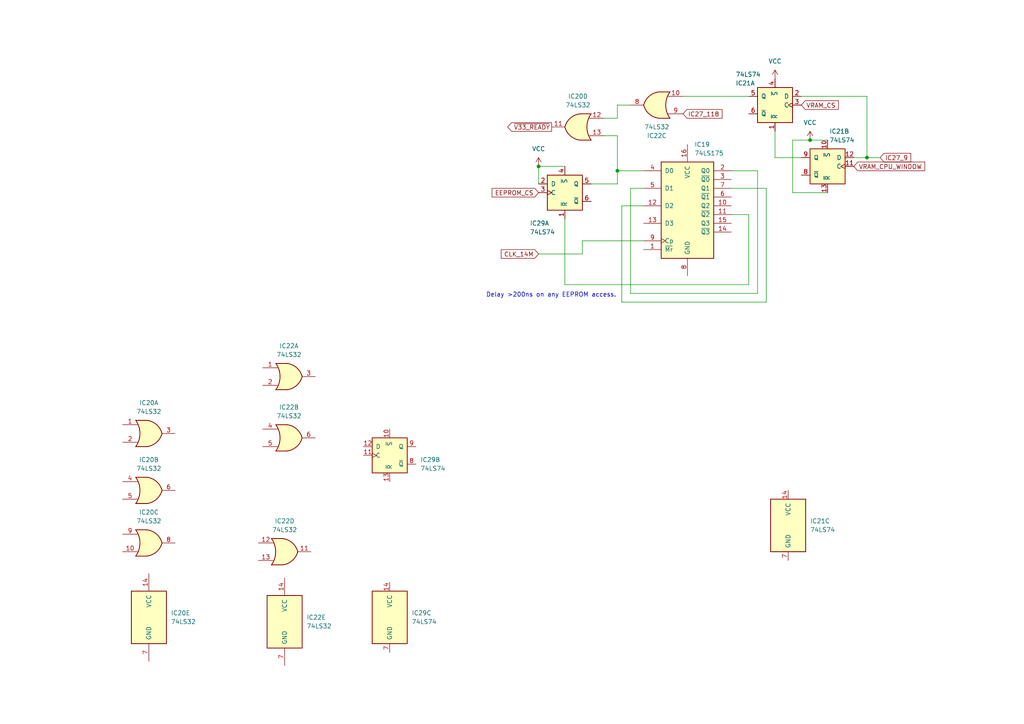
<source format=kicad_sch>
(kicad_sch (version 20230121) (generator eeschema)
  (paper "A4")
  (lib_symbols
    (symbol "74xx:74LS175" (pin_names (offset 1.016))
      (property "Reference" "U" (at -7.62 13.97 0))
      (property "Value" "74LS175" (at -7.62 -16.51 0))
      (symbol "74LS175_1_0"
        (pin input line (at -12.7 -12.7 0) (length 5.08) (name "~{Mr}") (number "1"))
        (pin output line (at 12.7 0 180) (length 5.08) (name "Q2") (number "10"))
        (pin output line (at 12.7 -2.54 180) (length 5.08) (name "~{Q2}") (number "11"))
        (pin input line (at -12.7 0 0) (length 5.08) (name "D2") (number "12"))
        (pin input line (at -12.7 -5.08 0) (length 5.08) (name "D3") (number "13"))
        (pin output line (at 12.7 -7.62 180) (length 5.08) (name "~{Q3}") (number "14"))
        (pin output line (at 12.7 -5.08 180) (length 5.08) (name "Q3") (number "15"))
        (pin power_in line (at 0 17.78 270) (length 5.08) (name "VCC") (number "16"))
        (pin output line (at 12.7 10.16 180) (length 5.08) (name "Q0") (number "2"))
        (pin output line (at 12.7 7.62 180) (length 5.08) (name "~{Q0}") (number "3"))
        (pin input line (at -12.7 10.16 0) (length 5.08) (name "D0") (number "4"))
        (pin input line (at -12.7 5.08 0) (length 5.08) (name "D1") (number "5"))
        (pin output line (at 12.7 2.54 180) (length 5.08) (name "~{Q1}") (number "6"))
        (pin output line (at 12.7 5.08 180) (length 5.08) (name "Q1") (number "7"))
        (pin power_in line (at 0 -20.32 90) (length 5.08) (name "GND") (number "8"))
        (pin input clock (at -12.7 -10.16 0) (length 5.08) (name "Cp") (number "9"))
      )
      (symbol "74LS175_1_1"
        (rectangle (start -7.62 12.7) (end 7.62 -15.24) (stroke (width 0.254)) (fill (type background)))
      )
    )
    (symbol "74xx:74LS32" (pin_names (offset 1.016))
      (property "Reference" "U" (at 0 1.27 0))
      (property "Value" "74LS32" (at 0 -1.27 0))
      (symbol "74LS32_1_1"
        (arc (start -3.81 -3.81) (mid -2.589 0) (end -3.81 3.81) (stroke (width 0.254)))
        (arc (start -0.6096 -3.81) (mid 2.1842 -2.5851) (end 3.81 0) (stroke (width 0.254)) (fill (type background)))
        (polyline (pts (xy -3.81 -3.81) (xy -0.635 -3.81)) (stroke (width 0.254)) (fill (type background)))
        (polyline (pts (xy -3.81 3.81) (xy -0.635 3.81)) (stroke (width 0.254)) (fill (type background)))
        (polyline (pts (xy -0.635 3.81) (xy -3.81 3.81) (xy -3.81 3.81) (xy -3.556 3.4036) (xy -3.0226 2.2606) (xy -2.6924 1.0414) (xy -2.6162 -0.254) (xy -2.7686 -1.4986) (xy -3.175 -2.7178) (xy -3.81 -3.81) (xy -3.81 -3.81) (xy -0.635 -3.81)) (stroke (width -25.4)) (fill (type background)))
        (arc (start 3.81 0) (mid 2.1915 2.5936) (end -0.6096 3.81) (stroke (width 0.254)) (fill (type background)))
        (pin input line (at -7.62 2.54 0) (length 4.318) (name "~") (number "1"))
        (pin input line (at -7.62 -2.54 0) (length 4.318) (name "~") (number "2"))
        (pin output line (at 7.62 0 180) (length 3.81) (name "~") (number "3"))
      )
      (symbol "74LS32_1_2"
        (arc (start 0 -3.81) (mid 3.7934 0) (end 0 3.81) (stroke (width 0.254)) (fill (type background)))
        (polyline (pts (xy 0 3.81) (xy -3.81 3.81) (xy -3.81 -3.81) (xy 0 -3.81)) (stroke (width 0.254)) (fill (type background)))
        (pin input inverted (at -7.62 2.54 0) (length 3.81) (name "~") (number "1"))
        (pin input inverted (at -7.62 -2.54 0) (length 3.81) (name "~") (number "2"))
        (pin output inverted (at 7.62 0 180) (length 3.81) (name "~") (number "3"))
      )
      (symbol "74LS32_2_1"
        (arc (start -3.81 -3.81) (mid -2.589 0) (end -3.81 3.81) (stroke (width 0.254)))
        (arc (start -0.6096 -3.81) (mid 2.1842 -2.5851) (end 3.81 0) (stroke (width 0.254)) (fill (type background)))
        (polyline (pts (xy -3.81 -3.81) (xy -0.635 -3.81)) (stroke (width 0.254)) (fill (type background)))
        (polyline (pts (xy -3.81 3.81) (xy -0.635 3.81)) (stroke (width 0.254)) (fill (type background)))
        (polyline (pts (xy -0.635 3.81) (xy -3.81 3.81) (xy -3.81 3.81) (xy -3.556 3.4036) (xy -3.0226 2.2606) (xy -2.6924 1.0414) (xy -2.6162 -0.254) (xy -2.7686 -1.4986) (xy -3.175 -2.7178) (xy -3.81 -3.81) (xy -3.81 -3.81) (xy -0.635 -3.81)) (stroke (width -25.4)) (fill (type background)))
        (arc (start 3.81 0) (mid 2.1915 2.5936) (end -0.6096 3.81) (stroke (width 0.254)) (fill (type background)))
        (pin input line (at -7.62 2.54 0) (length 4.318) (name "~") (number "4"))
        (pin input line (at -7.62 -2.54 0) (length 4.318) (name "~") (number "5"))
        (pin output line (at 7.62 0 180) (length 3.81) (name "~") (number "6"))
      )
      (symbol "74LS32_2_2"
        (arc (start 0 -3.81) (mid 3.7934 0) (end 0 3.81) (stroke (width 0.254)) (fill (type background)))
        (polyline (pts (xy 0 3.81) (xy -3.81 3.81) (xy -3.81 -3.81) (xy 0 -3.81)) (stroke (width 0.254)) (fill (type background)))
        (pin input inverted (at -7.62 2.54 0) (length 3.81) (name "~") (number "4"))
        (pin input inverted (at -7.62 -2.54 0) (length 3.81) (name "~") (number "5"))
        (pin output inverted (at 7.62 0 180) (length 3.81) (name "~") (number "6"))
      )
      (symbol "74LS32_3_1"
        (arc (start -3.81 -3.81) (mid -2.589 0) (end -3.81 3.81) (stroke (width 0.254)))
        (arc (start -0.6096 -3.81) (mid 2.1842 -2.5851) (end 3.81 0) (stroke (width 0.254)) (fill (type background)))
        (polyline (pts (xy -3.81 -3.81) (xy -0.635 -3.81)) (stroke (width 0.254)) (fill (type background)))
        (polyline (pts (xy -3.81 3.81) (xy -0.635 3.81)) (stroke (width 0.254)) (fill (type background)))
        (polyline (pts (xy -0.635 3.81) (xy -3.81 3.81) (xy -3.81 3.81) (xy -3.556 3.4036) (xy -3.0226 2.2606) (xy -2.6924 1.0414) (xy -2.6162 -0.254) (xy -2.7686 -1.4986) (xy -3.175 -2.7178) (xy -3.81 -3.81) (xy -3.81 -3.81) (xy -0.635 -3.81)) (stroke (width -25.4)) (fill (type background)))
        (arc (start 3.81 0) (mid 2.1915 2.5936) (end -0.6096 3.81) (stroke (width 0.254)) (fill (type background)))
        (pin input line (at -7.62 -2.54 0) (length 4.318) (name "~") (number "10"))
        (pin output line (at 7.62 0 180) (length 3.81) (name "~") (number "8"))
        (pin input line (at -7.62 2.54 0) (length 4.318) (name "~") (number "9"))
      )
      (symbol "74LS32_3_2"
        (arc (start 0 -3.81) (mid 3.7934 0) (end 0 3.81) (stroke (width 0.254)) (fill (type background)))
        (polyline (pts (xy 0 3.81) (xy -3.81 3.81) (xy -3.81 -3.81) (xy 0 -3.81)) (stroke (width 0.254)) (fill (type background)))
        (pin input inverted (at -7.62 -2.54 0) (length 3.81) (name "~") (number "10"))
        (pin output inverted (at 7.62 0 180) (length 3.81) (name "~") (number "8"))
        (pin input inverted (at -7.62 2.54 0) (length 3.81) (name "~") (number "9"))
      )
      (symbol "74LS32_4_1"
        (arc (start -3.81 -3.81) (mid -2.589 0) (end -3.81 3.81) (stroke (width 0.254)))
        (arc (start -0.6096 -3.81) (mid 2.1842 -2.5851) (end 3.81 0) (stroke (width 0.254)) (fill (type background)))
        (polyline (pts (xy -3.81 -3.81) (xy -0.635 -3.81)) (stroke (width 0.254)) (fill (type background)))
        (polyline (pts (xy -3.81 3.81) (xy -0.635 3.81)) (stroke (width 0.254)) (fill (type background)))
        (polyline (pts (xy -0.635 3.81) (xy -3.81 3.81) (xy -3.81 3.81) (xy -3.556 3.4036) (xy -3.0226 2.2606) (xy -2.6924 1.0414) (xy -2.6162 -0.254) (xy -2.7686 -1.4986) (xy -3.175 -2.7178) (xy -3.81 -3.81) (xy -3.81 -3.81) (xy -0.635 -3.81)) (stroke (width -25.4)) (fill (type background)))
        (arc (start 3.81 0) (mid 2.1915 2.5936) (end -0.6096 3.81) (stroke (width 0.254)) (fill (type background)))
        (pin output line (at 7.62 0 180) (length 3.81) (name "~") (number "11"))
        (pin input line (at -7.62 2.54 0) (length 4.318) (name "~") (number "12"))
        (pin input line (at -7.62 -2.54 0) (length 4.318) (name "~") (number "13"))
      )
      (symbol "74LS32_4_2"
        (arc (start 0 -3.81) (mid 3.7934 0) (end 0 3.81) (stroke (width 0.254)) (fill (type background)))
        (polyline (pts (xy 0 3.81) (xy -3.81 3.81) (xy -3.81 -3.81) (xy 0 -3.81)) (stroke (width 0.254)) (fill (type background)))
        (pin output inverted (at 7.62 0 180) (length 3.81) (name "~") (number "11"))
        (pin input inverted (at -7.62 2.54 0) (length 3.81) (name "~") (number "12"))
        (pin input inverted (at -7.62 -2.54 0) (length 3.81) (name "~") (number "13"))
      )
      (symbol "74LS32_5_0"
        (pin power_in line (at 0 12.7 270) (length 5.08) (name "VCC") (number "14"))
        (pin power_in line (at 0 -12.7 90) (length 5.08) (name "GND") (number "7"))
      )
      (symbol "74LS32_5_1"
        (rectangle (start -5.08 7.62) (end 5.08 -7.62) (stroke (width 0.254)) (fill (type background)))
      )
    )
    (symbol "74xx:74LS74" (pin_names (offset 1.016))
      (property "Reference" "U" (at -7.62 8.89 0))
      (property "Value" "74LS74" (at -7.62 -8.89 0))
      (symbol "74LS74_1_0"
        (pin input line (at 0 -7.62 90) (length 2.54) (name "~{R}") (number "1"))
        (pin input line (at -7.62 2.54 0) (length 2.54) (name "D") (number "2"))
        (pin input clock (at -7.62 0 0) (length 2.54) (name "C") (number "3"))
        (pin input line (at 0 7.62 270) (length 2.54) (name "~{S}") (number "4"))
        (pin output line (at 7.62 2.54 180) (length 2.54) (name "Q") (number "5"))
        (pin output line (at 7.62 -2.54 180) (length 2.54) (name "~{Q}") (number "6"))
      )
      (symbol "74LS74_1_1"
        (rectangle (start -5.08 5.08) (end 5.08 -5.08) (stroke (width 0.254)) (fill (type background)))
      )
      (symbol "74LS74_2_0"
        (pin input line (at 0 7.62 270) (length 2.54) (name "~{S}") (number "10"))
        (pin input clock (at -7.62 0 0) (length 2.54) (name "C") (number "11"))
        (pin input line (at -7.62 2.54 0) (length 2.54) (name "D") (number "12"))
        (pin input line (at 0 -7.62 90) (length 2.54) (name "~{R}") (number "13"))
        (pin output line (at 7.62 -2.54 180) (length 2.54) (name "~{Q}") (number "8"))
        (pin output line (at 7.62 2.54 180) (length 2.54) (name "Q") (number "9"))
      )
      (symbol "74LS74_2_1"
        (rectangle (start -5.08 5.08) (end 5.08 -5.08) (stroke (width 0.254)) (fill (type background)))
      )
      (symbol "74LS74_3_0"
        (pin power_in line (at 0 10.16 270) (length 2.54) (name "VCC") (number "14"))
        (pin power_in line (at 0 -10.16 90) (length 2.54) (name "GND") (number "7"))
      )
      (symbol "74LS74_3_1"
        (rectangle (start -5.08 7.62) (end 5.08 -7.62) (stroke (width 0.254)) (fill (type background)))
      )
    )
    (symbol "power:VCC" (power) (pin_names (offset 0))
      (property "Value" "VCC" (at 0 3.81 0))
      (symbol "VCC_0_1"
        (polyline (pts (xy -0.762 1.27) (xy 0 2.54)))
        (polyline (pts (xy 0 0) (xy 0 2.54)))
        (polyline (pts (xy 0 2.54) (xy 0.762 1.27)))
      )
      (symbol "VCC_1_1"
        (pin power_in line (at 0 0 90) (length 0) hide (name "VCC") (number "1"))
      )
    )
  )
  (junction (at 179.07 49.53))
  (junction (at 234.95 40.64))
  (junction (at 251.46 45.72))
  (junction (at 156.21 48.26))
  (wire (pts (xy 198.12 27.94) (xy 217.17 27.94)))
  (wire (pts (xy 224.79 45.72) (xy 224.79 38.1)))
  (wire (pts (xy 234.95 40.64) (xy 240.03 40.64)))
  (wire (pts (xy 251.46 45.72) (xy 255.27 45.72)))
  (wire (pts (xy 212.09 49.53) (xy 219.71 49.53)))
  (wire (pts (xy 222.25 54.61) (xy 222.25 87.63)))
  (wire (pts (xy 240.03 55.88) (xy 229.87 55.88)))
  (wire (pts (xy 219.71 49.53) (xy 219.71 85.09)))
  (wire (pts (xy 175.26 39.37) (xy 179.07 39.37)))
  (wire (pts (xy 212.09 62.23) (xy 217.17 62.23)))
  (wire (pts (xy 212.09 54.61) (xy 222.25 54.61)))
  (wire (pts (xy 171.45 53.34) (xy 179.07 53.34)))
  (wire (pts (xy 179.07 30.48) (xy 179.07 34.29)))
  (wire (pts (xy 217.17 82.55) (xy 163.83 82.55)))
  (wire (pts (xy 179.07 34.29) (xy 175.26 34.29)))
  (wire (pts (xy 179.07 49.53) (xy 186.69 49.53)))
  (wire (pts (xy 229.87 40.64) (xy 234.95 40.64)))
  (wire (pts (xy 232.41 27.94) (xy 251.46 27.94)))
  (wire (pts (xy 163.83 48.26) (xy 156.21 48.26)))
  (wire (pts (xy 217.17 62.23) (xy 217.17 82.55)))
  (wire (pts (xy 180.34 59.69) (xy 186.69 59.69)))
  (wire (pts (xy 229.87 55.88) (xy 229.87 40.64)))
  (wire (pts (xy 182.88 54.61) (xy 186.69 54.61)))
  (wire (pts (xy 247.65 45.72) (xy 251.46 45.72)))
  (wire (pts (xy 156.21 48.26) (xy 156.21 53.34)))
  (wire (pts (xy 251.46 27.94) (xy 251.46 45.72)))
  (wire (pts (xy 163.83 82.55) (xy 163.83 63.5)))
  (wire (pts (xy 222.25 87.63) (xy 180.34 87.63)))
  (wire (pts (xy 179.07 39.37) (xy 179.07 49.53)))
  (wire (pts (xy 179.07 53.34) (xy 179.07 49.53)))
  (wire (pts (xy 168.91 69.85) (xy 168.91 73.66)))
  (wire (pts (xy 219.71 85.09) (xy 182.88 85.09)))
  (wire (pts (xy 182.88 85.09) (xy 182.88 54.61)))
  (wire (pts (xy 156.21 73.66) (xy 168.91 73.66)))
  (wire (pts (xy 182.88 30.48) (xy 179.07 30.48)))
  (wire (pts (xy 180.34 87.63) (xy 180.34 59.69)))
  (wire (pts (xy 232.41 45.72) (xy 224.79 45.72)))
  (wire (pts (xy 186.69 69.85) (xy 168.91 69.85)))
  (text "Delay >200ns on any EEPROM access." (at 140.97 86.36 0) (effects (font (size 1.27 1.27)) (justify left bottom)))
  (global_label "VRAM_CPU_WINDOW" (shape input) (at 247.65 48.26 0) (property "Intersheetrefs" "${INTERSHEET_REFS}" (effects hide)))
  (global_label "IC27_9" (shape input) (at 255.27 45.72 0) (property "Intersheetrefs" "${INTERSHEET_REFS}" (effects hide)))
  (global_label "EEPROM_CS" (shape input) (at 156.21 55.88 180) (property "Intersheetrefs" "${INTERSHEET_REFS}" (effects hide)))
  (global_label "~{V33_READY}" (shape output) (at 160.02 36.83 180) (property "Intersheetrefs" "${INTERSHEET_REFS}" (effects hide)))
  (global_label "VRAM_CS" (shape input) (at 232.41 30.48 0) (property "Intersheetrefs" "${INTERSHEET_REFS}" (effects hide)))
  (global_label "IC27_118" (shape input) (at 198.12 33.02 0) (property "Intersheetrefs" "${INTERSHEET_REFS}" (effects hide)))
  (global_label "CLK_14M" (shape input) (at 156.21 73.66 180) (property "Intersheetrefs" "${INTERSHEET_REFS}" (effects hide)))
  (symbol (lib_id "power:VCC") (at 224.79 22.86 0) (unit 1)
    (property "Reference" "#PWR?" (effects hide))
    (property "Value" "VCC" (at 224.79 17.78 0))
  )
  (symbol (lib_id "74xx:74LS32") (at 167.64 36.83 0) (mirror y) (unit 4)
    (property "Reference" "IC20" (at 167.64 27.94 0))
    (property "Value" "74LS32" (at 167.64 30.48 0))
    (property "Datasheet" "http://www.ti.com/lit/gpn/sn74LS32" (effects hide))
  )
  (symbol (lib_id "74xx:74LS32") (at 83.82 109.22 0) (unit 1)
    (property "Reference" "IC22" (at 83.82 100.33 0))
    (property "Value" "74LS32" (at 83.82 102.87 0))
    (property "Datasheet" "http://www.ti.com/lit/gpn/sn74LS32" (effects hide))
  )
  (symbol (lib_id "74xx:74LS32") (at 82.55 180.34 0) (unit 5)
    (property "Reference" "IC22" (at 88.9 179.0699 0) (effects (justify left)))
    (property "Value" "74LS32" (at 88.9 181.6099 0) (effects (justify left)))
    (property "Datasheet" "http://www.ti.com/lit/gpn/sn74LS32" (effects hide))
  )
  (symbol (lib_id "74xx:74LS32") (at 82.55 160.02 0) (unit 4)
    (property "Reference" "IC22" (at 82.55 151.13 0))
    (property "Value" "74LS32" (at 82.55 153.67 0))
    (property "Datasheet" "http://www.ti.com/lit/gpn/sn74LS32" (effects hide))
  )
  (symbol (lib_id "power:VCC") (at 156.21 48.26 0) (unit 1)
    (property "Reference" "#PWR?" (effects hide))
    (property "Value" "VCC" (at 156.21 43.18 0))
  )
  (symbol (lib_id "74xx:74LS32") (at 43.18 179.07 0) (unit 5)
    (property "Reference" "IC20" (at 49.53 177.7999 0) (effects (justify left)))
    (property "Value" "74LS32" (at 49.53 180.3399 0) (effects (justify left)))
    (property "Datasheet" "http://www.ti.com/lit/gpn/sn74LS32" (effects hide))
  )
  (symbol (lib_id "74xx:74LS74") (at 240.03 48.26 0) (mirror y) (unit 2)
    (property "Reference" "IC21" (at 240.5506 38.1 0) (effects (justify right)))
    (property "Value" "74LS74" (at 240.5506 40.64 0) (effects (justify right)))
    (property "Datasheet" "74xx/74hc_hct74.pdf" (effects hide))
  )
  (symbol (lib_id "74xx:74LS32") (at 43.18 157.48 0) (unit 3)
    (property "Reference" "IC20" (at 43.18 148.59 0))
    (property "Value" "74LS32" (at 43.18 151.13 0))
    (property "Datasheet" "http://www.ti.com/lit/gpn/sn74LS32" (effects hide))
  )
  (symbol (lib_id "74xx:74LS74") (at 163.83 55.88 0) (unit 1)
    (property "Reference" "IC29" (at 153.67 64.77 0) (effects (justify left)))
    (property "Value" "74LS74" (at 153.67 67.31 0) (effects (justify left)))
    (property "Datasheet" "74xx/74hc_hct74.pdf" (effects hide))
  )
  (symbol (lib_id "74xx:74LS74") (at 113.03 179.07 0) (unit 3)
    (property "Reference" "IC29" (at 119.38 177.7999 0) (effects (justify left)))
    (property "Value" "74LS74" (at 119.38 180.3399 0) (effects (justify left)))
    (property "Datasheet" "74xx/74hc_hct74.pdf" (effects hide))
  )
  (symbol (lib_id "74xx:74LS74") (at 228.6 152.4 0) (unit 3)
    (property "Reference" "IC21" (at 234.95 151.1299 0) (effects (justify left)))
    (property "Value" "74LS74" (at 234.95 153.6699 0) (effects (justify left)))
    (property "Datasheet" "74xx/74hc_hct74.pdf" (effects hide))
  )
  (symbol (lib_id "74xx:74LS74") (at 224.79 30.48 0) (mirror y) (unit 1)
    (property "Reference" "IC21" (at 213.36 24.13 0) (effects (justify right)))
    (property "Value" "74LS74" (at 213.36 21.59 0) (effects (justify right)))
    (property "Datasheet" "74xx/74hc_hct74.pdf" (effects hide))
  )
  (symbol (lib_id "power:VCC") (at 234.95 40.64 0) (unit 1)
    (property "Reference" "#PWR?" (effects hide))
    (property "Value" "VCC" (at 234.95 35.56 0))
  )
  (symbol (lib_id "74xx:74LS32") (at 43.18 142.24 0) (unit 2)
    (property "Reference" "IC20" (at 43.18 133.35 0))
    (property "Value" "74LS32" (at 43.18 135.89 0))
    (property "Datasheet" "http://www.ti.com/lit/gpn/sn74LS32" (effects hide))
  )
  (symbol (lib_id "74xx:74LS74") (at 113.03 132.08 0) (unit 2)
    (property "Reference" "IC29" (at 121.92 133.35 0) (effects (justify left)))
    (property "Value" "74LS74" (at 121.92 135.89 0) (effects (justify left)))
    (property "Datasheet" "74xx/74hc_hct74.pdf" (effects hide))
  )
  (symbol (lib_id "74xx:74LS32") (at 83.82 127 0) (unit 2)
    (property "Reference" "IC22" (at 83.82 118.11 0))
    (property "Value" "74LS32" (at 83.82 120.65 0))
    (property "Datasheet" "http://www.ti.com/lit/gpn/sn74LS32" (effects hide))
  )
  (symbol (lib_id "74xx:74LS175") (at 199.39 59.69 0) (unit 1)
    (property "Reference" "IC19" (at 201.4094 41.91 0) (effects (justify left)))
    (property "Value" "74LS175" (at 201.4094 44.45 0) (effects (justify left)))
    (property "Datasheet" "http://www.ti.com/lit/gpn/sn74LS175" (effects hide))
  )
  (symbol (lib_id "74xx:74LS32") (at 190.5 30.48 180) (unit 3)
    (property "Reference" "IC22" (at 190.5 39.37 0))
    (property "Value" "74LS32" (at 190.5 36.83 0))
    (property "Datasheet" "http://www.ti.com/lit/gpn/sn74LS32" (effects hide))
  )
  (symbol (lib_id "74xx:74LS32") (at 43.18 125.73 0) (unit 1)
    (property "Reference" "IC20" (at 43.18 116.84 0))
    (property "Value" "74LS32" (at 43.18 119.38 0))
    (property "Datasheet" "http://www.ti.com/lit/gpn/sn74LS32" (effects hide))
  )
)
</source>
